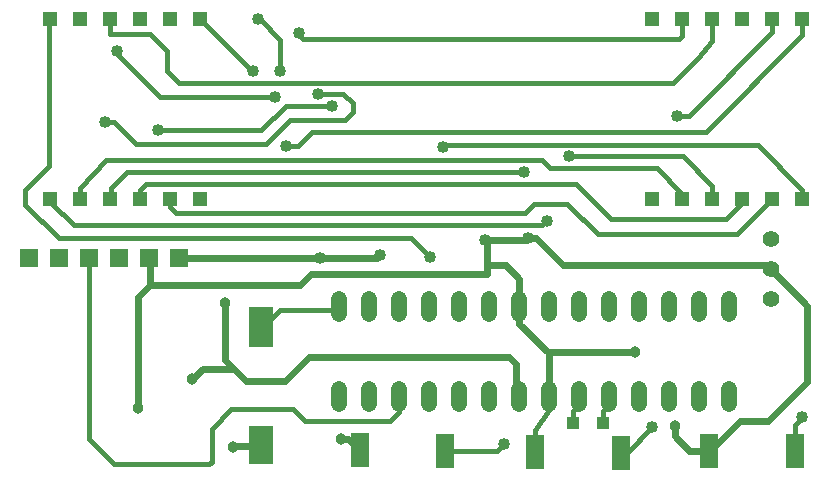
<source format=gbr>
G04 EAGLE Gerber RS-274X export*
G75*
%MOMM*%
%FSLAX34Y34*%
%LPD*%
%INTop Copper*%
%IPPOS*%
%AMOC8*
5,1,8,0,0,1.08239X$1,22.5*%
G01*
%ADD10R,1.308000X1.308000*%
%ADD11C,1.320800*%
%ADD12C,1.408000*%
%ADD13R,1.500000X3.000000*%
%ADD14R,2.000000X3.300000*%
%ADD15R,2.000000X3.500000*%
%ADD16R,1.508000X1.508000*%
%ADD17R,1.108000X1.108000*%
%ADD18C,0.381000*%
%ADD19C,0.609600*%
%ADD20C,1.016000*%
%ADD21C,0.965200*%


D10*
X185579Y629245D03*
X210979Y629245D03*
X236379Y629245D03*
X261779Y629245D03*
X287179Y629245D03*
X312579Y629245D03*
X312579Y781645D03*
X287179Y781645D03*
X261779Y781645D03*
X236379Y781645D03*
X210979Y781645D03*
X185579Y781645D03*
X695587Y628721D03*
X720987Y628721D03*
X746387Y628721D03*
X771787Y628721D03*
X797187Y628721D03*
X822587Y628721D03*
X822587Y781121D03*
X797187Y781121D03*
X771787Y781121D03*
X746387Y781121D03*
X720987Y781121D03*
X695587Y781121D03*
D11*
X430700Y468274D02*
X430700Y455066D01*
X456100Y455066D02*
X456100Y468274D01*
X481500Y468274D02*
X481500Y455066D01*
X506900Y455066D02*
X506900Y468274D01*
X532300Y468274D02*
X532300Y455066D01*
X557700Y455066D02*
X557700Y468274D01*
X583100Y468274D02*
X583100Y455066D01*
X608500Y455066D02*
X608500Y468274D01*
X633900Y468274D02*
X633900Y455066D01*
X659300Y455066D02*
X659300Y468274D01*
X684700Y468274D02*
X684700Y455066D01*
X710100Y455066D02*
X710100Y468274D01*
X735500Y468274D02*
X735500Y455066D01*
X760900Y455066D02*
X760900Y468274D01*
X760900Y531266D02*
X760900Y544474D01*
X735500Y544474D02*
X735500Y531266D01*
X710100Y531266D02*
X710100Y544474D01*
X684700Y544474D02*
X684700Y531266D01*
X659300Y531266D02*
X659300Y544474D01*
X633900Y544474D02*
X633900Y531266D01*
X608500Y531266D02*
X608500Y544474D01*
X583100Y544474D02*
X583100Y531266D01*
X557700Y531266D02*
X557700Y544474D01*
X532300Y544474D02*
X532300Y531266D01*
X506900Y531266D02*
X506900Y544474D01*
X481500Y544474D02*
X481500Y531266D01*
X456100Y531266D02*
X456100Y544474D01*
X430700Y544474D02*
X430700Y531266D01*
D12*
X795910Y594620D03*
X795910Y569220D03*
X795910Y543820D03*
D13*
X447750Y416070D03*
X520350Y415570D03*
X596510Y414530D03*
X669110Y414030D03*
X743770Y415880D03*
X816370Y415380D03*
D14*
X364730Y420690D03*
D15*
X364730Y520690D03*
D16*
X294640Y579120D03*
X269240Y579120D03*
X243840Y579120D03*
X218440Y579120D03*
X193040Y579120D03*
X167640Y579120D03*
D17*
X628650Y439420D03*
X654050Y439420D03*
D18*
X365949Y419371D02*
X364730Y420690D01*
X795528Y567690D02*
X795528Y569214D01*
X748030Y415880D02*
X743770Y415880D01*
X795528Y569214D02*
X795910Y569220D01*
X596646Y433488D02*
X596646Y414909D01*
X596510Y414530D01*
X596646Y433488D02*
X608500Y450010D01*
X608500Y461670D01*
D19*
X270510Y577850D02*
X269240Y579120D01*
X270510Y577850D02*
X270510Y556260D01*
X397510Y556260D02*
X406400Y565150D01*
X555820Y565150D01*
X397510Y556260D02*
X270510Y556260D01*
D20*
X553720Y594360D03*
X590550Y595630D03*
D19*
X589280Y594360D02*
X553720Y594360D01*
X589280Y594360D02*
X590550Y595630D01*
X555820Y572770D02*
X555820Y565150D01*
X555820Y572770D02*
X555820Y592260D01*
X553720Y594360D01*
X590550Y595630D02*
X596900Y595630D01*
X790448Y572770D02*
X795528Y567690D01*
X619760Y572770D02*
X596900Y595630D01*
X619760Y572770D02*
X790448Y572770D01*
X608500Y497670D02*
X608500Y461670D01*
X607060Y499110D02*
X583100Y523070D01*
X607060Y499110D02*
X608500Y497670D01*
X583100Y523070D02*
X583100Y537870D01*
X795910Y569220D02*
X826770Y538360D01*
X793750Y440690D02*
X769620Y440690D01*
X748030Y419100D01*
X748030Y415880D01*
X826770Y473710D02*
X826770Y538360D01*
X826770Y473710D02*
X793750Y440690D01*
D21*
X340360Y419100D03*
D18*
X340631Y419371D01*
D19*
X365949Y419371D01*
D21*
X260350Y452120D03*
D19*
X260350Y546100D02*
X270510Y556260D01*
X260350Y546100D02*
X260350Y452120D01*
D21*
X431800Y425450D03*
D19*
X438370Y425450D01*
X447750Y416070D01*
D21*
X715010Y436880D03*
D19*
X727120Y415880D02*
X743770Y415880D01*
X715010Y427990D02*
X715010Y436880D01*
X715010Y427990D02*
X727120Y415880D01*
D21*
X680720Y499110D03*
D19*
X607060Y499110D01*
X583100Y537870D02*
X582930Y538040D01*
X582930Y561340D01*
X571500Y572770D01*
X555820Y572770D01*
X414020Y579120D02*
X294640Y579120D01*
X414020Y579120D02*
X462280Y579120D01*
X464820Y581660D01*
D20*
X464820Y581660D03*
X414020Y579120D03*
D21*
X334010Y541020D03*
D19*
X580390Y464380D02*
X583100Y461670D01*
X580390Y464380D02*
X580390Y488950D01*
X574040Y495300D01*
X405130Y495300D02*
X384810Y474980D01*
X351790Y474980D01*
X334010Y492760D02*
X334010Y541020D01*
X405130Y495300D02*
X574040Y495300D01*
X351790Y474980D02*
X341630Y485140D01*
X334010Y492760D01*
D21*
X306070Y476250D03*
D19*
X314960Y485140D01*
X341630Y485140D01*
D18*
X481500Y461670D02*
X481500Y448480D01*
X473710Y440690D01*
X401320Y440690D01*
X391160Y450850D01*
X339090Y450850D01*
X322580Y434340D02*
X322580Y406400D01*
X320665Y404485D01*
X240030Y404485D01*
X218440Y426075D01*
X322580Y434340D02*
X339090Y450850D01*
X218440Y426075D02*
X218440Y579120D01*
X720987Y767088D02*
X720987Y781121D01*
X720987Y767088D02*
X718185Y764286D01*
D20*
X396367Y769366D03*
D18*
X400177Y764286D02*
X718185Y764286D01*
X400177Y764286D02*
X396367Y768096D01*
X396367Y769366D01*
X357251Y737235D02*
X356616Y737235D01*
X315468Y778383D01*
X312579Y781645D01*
X822587Y781121D02*
X822587Y767469D01*
X740918Y685800D01*
X407797Y685800D01*
X395351Y673354D01*
X385191Y673354D01*
D20*
X357251Y737235D03*
X385191Y673354D03*
D18*
X771787Y628721D02*
X771787Y625737D01*
X758190Y612140D01*
X660400Y612140D01*
X631317Y641223D01*
X266700Y641223D01*
X261779Y636302D01*
X261779Y629245D01*
X720987Y628721D02*
X720987Y633341D01*
X699389Y654939D01*
X608838Y654939D01*
X601980Y661797D01*
X233309Y661797D01*
X210979Y638474D01*
X210979Y629245D01*
X205740Y606552D02*
X185579Y626713D01*
X185579Y629245D01*
X602615Y606552D02*
X606425Y610362D01*
X602615Y606552D02*
X205740Y606552D01*
D20*
X606425Y610362D03*
D18*
X712978Y726948D02*
X294894Y726948D01*
X712978Y726948D02*
X734356Y748326D01*
X746387Y762686D02*
X746387Y781121D01*
X746387Y762686D02*
X734356Y748326D01*
X294894Y726948D02*
X284480Y737362D01*
X284480Y754380D01*
X270510Y768350D01*
X236220Y768350D01*
X236220Y781486D01*
X236379Y781645D01*
X287179Y622522D02*
X292481Y617220D01*
X287179Y622522D02*
X287179Y629245D01*
X292481Y617220D02*
X588137Y617220D01*
X595376Y624459D01*
X623824Y624459D01*
X649351Y598932D01*
X766953Y598932D01*
X795528Y627507D01*
X797187Y628721D01*
X239903Y693928D02*
X232537Y693928D01*
X239903Y693928D02*
X258318Y675513D01*
X368554Y675513D01*
X389128Y696087D01*
X435102Y696087D01*
X441960Y702945D01*
X441960Y709803D01*
X433832Y717931D01*
X412496Y717931D01*
D20*
X232537Y693928D03*
X412496Y717931D03*
D18*
X185166Y778383D02*
X185166Y656971D01*
X164719Y636524D01*
X493776Y593217D02*
X507492Y579501D01*
X185166Y778383D02*
X185579Y781645D01*
D20*
X507492Y579501D03*
D18*
X193040Y595630D02*
X164719Y623951D01*
X193040Y595630D02*
X491490Y595630D01*
X493776Y593344D01*
X493776Y593217D01*
X164719Y623951D02*
X164719Y636524D01*
X278765Y715391D02*
X242189Y751967D01*
X242189Y754507D01*
X278765Y715391D02*
X376174Y715391D01*
D20*
X242189Y754507D03*
X376174Y715391D03*
D18*
X380492Y737235D02*
X380492Y763905D01*
X363474Y780923D01*
X362204Y780923D01*
D20*
X362204Y780923D03*
X380492Y737235D03*
D18*
X726821Y699516D02*
X797187Y769882D01*
X726821Y699516D02*
X716661Y699516D01*
X797187Y769882D02*
X797187Y781121D01*
D20*
X716661Y699516D03*
D18*
X822587Y636770D02*
X822587Y628721D01*
X822587Y636770D02*
X785114Y674243D01*
X520065Y674243D02*
X518795Y672973D01*
X520065Y674243D02*
X785114Y674243D01*
D20*
X518795Y672973D03*
D18*
X695579Y435483D02*
X674126Y414030D01*
X669110Y414030D01*
D20*
X695579Y435483D03*
D18*
X564541Y415570D02*
X520350Y415570D01*
X564541Y415570D02*
X570484Y421513D01*
D20*
X570484Y421513D03*
X822198Y444373D03*
D18*
X816370Y437910D02*
X816370Y415380D01*
X822198Y443738D02*
X822198Y444373D01*
X822198Y443738D02*
X816370Y437910D01*
X746387Y628721D02*
X746387Y640072D01*
X721233Y665226D01*
X624967Y665226D01*
X587121Y651510D02*
X250825Y651510D01*
X237561Y638246D01*
X236379Y629245D01*
D20*
X624967Y665226D03*
X587121Y651510D03*
D18*
X364744Y687070D02*
X276987Y687070D01*
X364744Y687070D02*
X385318Y707644D01*
X424053Y707644D01*
D20*
X276987Y687070D03*
X424053Y707644D03*
D18*
X428625Y534924D02*
X380619Y534924D01*
X366903Y521208D01*
X428625Y534924D02*
X430700Y537870D01*
X366903Y521208D02*
X364730Y520690D01*
X633900Y461670D02*
X633900Y454830D01*
X628650Y449580D02*
X628650Y439420D01*
X628650Y449580D02*
X633900Y454830D01*
X659300Y454830D02*
X659300Y461670D01*
X659300Y454830D02*
X654050Y449580D01*
X654050Y439420D01*
M02*

</source>
